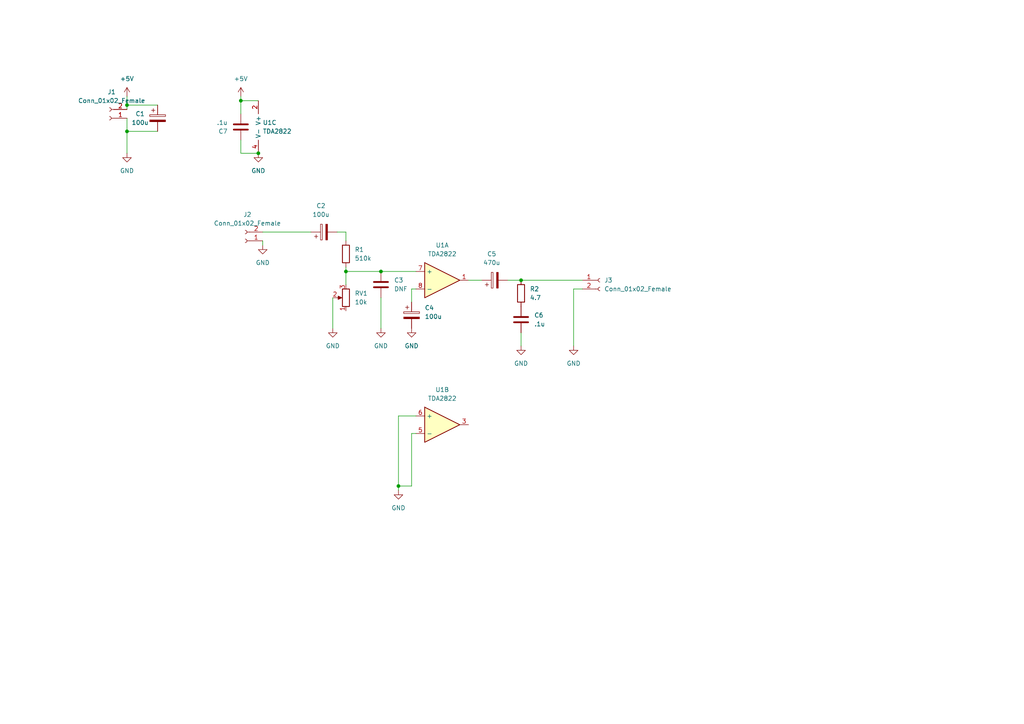
<source format=kicad_sch>
(kicad_sch (version 20211123) (generator eeschema)
  (paper "A4")
  (lib_symbols
    (symbol "Connector:Conn_01x02_Female" (pin_names (offset 1.016) hide)
      (property "Reference" "J" (at 0 2.54 0))
      (property "Value" "Conn_01x02_Female" (at 0 -5.08 0))
      (symbol "Conn_01x02_Female_1_1"
        (arc (start 0 -2.032) (mid -0.508 -2.54) (end 0 -3.048) (stroke (width 0.1524)))
        (polyline (pts (xy -1.27 -2.54) (xy -0.508 -2.54)) (stroke (width 0.1524)))
        (polyline (pts (xy -1.27 0) (xy -0.508 0)) (stroke (width 0.1524)))
        (arc (start 0 0.508) (mid -0.508 0) (end 0 -0.508) (stroke (width 0.1524)))
        (pin passive line (at -5.08 0 0) (length 3.81) (name "Pin_1") (number "1"))
        (pin passive line (at -5.08 -2.54 0) (length 3.81) (name "Pin_2") (number "2"))
      )
    )
    (symbol "Device:C" (pin_numbers hide) (pin_names (offset 0.254))
      (property "Reference" "C" (at 0.635 2.54 0))
      (property "Value" "C" (at 0.635 -2.54 0))
      (symbol "C_0_1"
        (polyline (pts (xy -2.032 -0.762) (xy 2.032 -0.762)) (stroke (width 0.508)))
        (polyline (pts (xy -2.032 0.762) (xy 2.032 0.762)) (stroke (width 0.508)))
      )
      (symbol "C_1_1"
        (pin passive line (at 0 3.81 270) (length 2.794) (name "~") (number "1"))
        (pin passive line (at 0 -3.81 90) (length 2.794) (name "~") (number "2"))
      )
    )
    (symbol "Device:C_Polarized" (pin_numbers hide) (pin_names (offset 0.254))
      (property "Reference" "C" (at 0.635 2.54 0))
      (property "Value" "C_Polarized" (at 0.635 -2.54 0))
      (symbol "C_Polarized_0_1"
        (rectangle (start -2.286 0.508) (end 2.286 1.016))
        (polyline (pts (xy -1.778 2.286) (xy -0.762 2.286)))
        (polyline (pts (xy -1.27 2.794) (xy -1.27 1.778)))
        (rectangle (start 2.286 -0.508) (end -2.286 -1.016) (fill (type outline)))
      )
      (symbol "C_Polarized_1_1"
        (pin passive line (at 0 3.81 270) (length 2.794) (name "~") (number "1"))
        (pin passive line (at 0 -3.81 90) (length 2.794) (name "~") (number "2"))
      )
    )
    (symbol "Device:R" (pin_numbers hide) (pin_names (offset 0))
      (property "Reference" "R" (at 2.032 0 90))
      (property "Value" "R" (at 0 0 90))
      (symbol "R_0_1"
        (rectangle (start -1.016 -2.54) (end 1.016 2.54) (stroke (width 0.254)))
      )
      (symbol "R_1_1"
        (pin passive line (at 0 3.81 270) (length 1.27) (name "~") (number "1"))
        (pin passive line (at 0 -3.81 90) (length 1.27) (name "~") (number "2"))
      )
    )
    (symbol "Device:R_Potentiometer" (pin_names (offset 1.016) hide)
      (property "Reference" "RV" (at -4.445 0 90))
      (property "Value" "R_Potentiometer" (at -2.54 0 90))
      (symbol "R_Potentiometer_0_1"
        (polyline (pts (xy 2.54 0) (xy 1.524 0)))
        (polyline (pts (xy 1.143 0) (xy 2.286 0.508) (xy 2.286 -0.508) (xy 1.143 0)) (fill (type outline)))
        (rectangle (start 1.016 2.54) (end -1.016 -2.54) (stroke (width 0.254)))
      )
      (symbol "R_Potentiometer_1_1"
        (pin passive line (at 0 3.81 270) (length 1.27) (name "1") (number "1"))
        (pin passive line (at 3.81 0 180) (length 1.27) (name "2") (number "2"))
        (pin passive line (at 0 -3.81 90) (length 1.27) (name "3") (number "3"))
      )
    )
    (symbol "power:+5V" (power) (pin_names (offset 0))
      (property "Value" "+5V" (at 0 3.556 0))
      (symbol "+5V_0_1"
        (polyline (pts (xy -0.762 1.27) (xy 0 2.54)))
        (polyline (pts (xy 0 0) (xy 0 2.54)))
        (polyline (pts (xy 0 2.54) (xy 0.762 1.27)))
      )
      (symbol "+5V_1_1"
        (pin power_in line (at 0 0 90) (length 0) hide (name "+5V") (number "1"))
      )
    )
    (symbol "power:GND" (power) (pin_names (offset 0))
      (property "Value" "GND" (at 0 -3.81 0))
      (symbol "GND_0_1"
        (polyline (pts (xy 0 0) (xy 0 -1.27) (xy 1.27 -1.27) (xy 0 -2.54) (xy -1.27 -1.27) (xy 0 -1.27)))
      )
      (symbol "GND_1_1"
        (pin power_in line (at 0 0 270) (length 0) hide (name "GND") (number "1"))
      )
    )
    (symbol "project_lib:TDA2822"
      (property "Reference" "U" (at 0 0 0))
      (property "Value" "TDA2822" (at 0 2.54 0))
      (symbol "TDA2822_1_1"
        (polyline (pts (xy -10.16 0) (xy 0 -5.08) (xy -10.16 -10.16) (xy -10.16 0)) (stroke (width 0.254)) (fill (type background)))
        (pin output line (at 2.54 -5.08 180) (length 2.54) (name "~") (number "1"))
        (pin input line (at -12.7 -2.54 0) (length 2.54) (name "+") (number "7"))
        (pin input line (at -12.7 -7.62 0) (length 2.54) (name "-") (number "8"))
      )
      (symbol "TDA2822_2_1"
        (polyline (pts (xy -10.16 0) (xy 0 -5.08) (xy -10.16 -10.16) (xy -10.16 0)) (stroke (width 0.254)) (fill (type background)))
        (pin output line (at 2.54 -5.08 180) (length 2.54) (name "~") (number "3"))
        (pin input line (at -12.7 -7.62 0) (length 2.54) (name "-") (number "5"))
        (pin input line (at -12.7 -2.54 0) (length 2.54) (name "+") (number "6"))
      )
      (symbol "TDA2822_3_1"
        (pin power_in line (at -6.35 7.62 270) (length 3.81) (name "V+") (number "2"))
        (pin power_in line (at -6.35 -7.62 90) (length 3.81) (name "V-") (number "4"))
      )
    )
  )
  (junction (at 36.83 38.1))
  (junction (at 36.83 30.48))
  (junction (at 115.57 140.97))
  (junction (at 151.13 81.28))
  (junction (at 110.49 78.74))
  (junction (at 74.93 44.45))
  (junction (at 100.33 78.74))
  (junction (at 69.85 29.21))
  (wire (pts (xy 36.83 27.94) (xy 36.83 30.48)))
  (wire (pts (xy 36.83 38.1) (xy 36.83 44.45)))
  (wire (pts (xy 151.13 81.28) (xy 168.91 81.28)))
  (wire (pts (xy 100.33 78.74) (xy 110.49 78.74)))
  (wire (pts (xy 69.85 29.21) (xy 69.85 33.02)))
  (wire (pts (xy 69.85 44.45) (xy 74.93 44.45)))
  (wire (pts (xy 96.52 86.36) (xy 96.52 95.25)))
  (wire (pts (xy 97.79 67.31) (xy 100.33 67.31)))
  (wire (pts (xy 76.2 69.85) (xy 76.2 71.12)))
  (wire (pts (xy 166.37 100.33) (xy 166.37 83.82)))
  (wire (pts (xy 115.57 140.97) (xy 115.57 142.24)))
  (wire (pts (xy 36.83 30.48) (xy 45.72 30.48)))
  (wire (pts (xy 100.33 77.47) (xy 100.33 78.74)))
  (wire (pts (xy 69.85 40.64) (xy 69.85 44.45)))
  (wire (pts (xy 110.49 78.74) (xy 120.65 78.74)))
  (wire (pts (xy 119.38 83.82) (xy 119.38 87.63)))
  (wire (pts (xy 110.49 86.36) (xy 110.49 95.25)))
  (wire (pts (xy 115.57 120.65) (xy 120.65 120.65)))
  (wire (pts (xy 69.85 27.94) (xy 69.85 29.21)))
  (wire (pts (xy 45.72 38.1) (xy 36.83 38.1)))
  (wire (pts (xy 147.32 81.28) (xy 151.13 81.28)))
  (wire (pts (xy 115.57 120.65) (xy 115.57 140.97)))
  (wire (pts (xy 69.85 29.21) (xy 74.93 29.21)))
  (wire (pts (xy 119.38 83.82) (xy 120.65 83.82)))
  (wire (pts (xy 100.33 78.74) (xy 100.33 82.55)))
  (wire (pts (xy 36.83 34.29) (xy 36.83 38.1)))
  (wire (pts (xy 135.89 81.28) (xy 139.7 81.28)))
  (wire (pts (xy 76.2 67.31) (xy 90.17 67.31)))
  (wire (pts (xy 119.38 125.73) (xy 119.38 140.97)))
  (wire (pts (xy 36.83 30.48) (xy 36.83 31.75)))
  (wire (pts (xy 166.37 83.82) (xy 168.91 83.82)))
  (wire (pts (xy 115.57 140.97) (xy 119.38 140.97)))
  (wire (pts (xy 100.33 67.31) (xy 100.33 69.85)))
  (wire (pts (xy 119.38 125.73) (xy 120.65 125.73)))
  (wire (pts (xy 151.13 100.33) (xy 151.13 96.52)))
  (symbol (lib_id "Device:C") (at 151.13 92.71 180) (unit 1)
    (property "Reference" "C6" (at 154.94 91.4399 0) (effects (justify right)))
    (property "Value" ".1u" (at 154.94 93.9799 0) (effects (justify right)))
    (property "Footprint" "Capacitor_THT:C_Rect_L4.0mm_W2.5mm_P2.50mm" (effects hide))
  )
  (symbol (lib_id "power:GND") (at 119.38 95.25 0) (unit 1)
    (property "Reference" "#PWR0106" (effects hide))
    (property "Value" "GND" (at 119.38 100.33 0))
  )
  (symbol (lib_id "Device:C_Polarized") (at 45.72 34.29 0) (unit 1)
    (property "Reference" "C1" (at 40.64 33.02 0))
    (property "Value" "100u" (at 40.64 35.56 0))
    (property "Footprint" "Capacitor_THT:CP_Radial_D5.0mm_P2.50mm" (effects hide))
  )
  (symbol (lib_id "project_lib:TDA2822") (at 133.35 118.11 0) (unit 2)
    (property "Reference" "U1" (at 128.27 113.03 0))
    (property "Value" "TDA2822" (at 128.27 115.57 0))
    (property "Footprint" "Package_DIP:DIP-8_W7.62mm" (effects hide))
  )
  (symbol (lib_id "power:GND") (at 110.49 95.25 0) (unit 1)
    (property "Reference" "#PWR0107" (effects hide))
    (property "Value" "GND" (at 110.49 100.33 0))
  )
  (symbol (lib_id "power:+5V") (at 36.83 27.94 0) (unit 1)
    (property "Reference" "#PWR0104" (effects hide))
    (property "Value" "+5V" (at 36.83 22.86 0))
  )
  (symbol (lib_id "power:GND") (at 115.57 142.24 0) (unit 1)
    (property "Reference" "#PWR0109" (effects hide))
    (property "Value" "GND" (at 115.57 147.32 0))
  )
  (symbol (lib_id "Device:R") (at 100.33 73.66 180) (unit 1)
    (property "Reference" "R1" (at 102.87 72.3899 0) (effects (justify right)))
    (property "Value" "510k" (at 102.87 74.9299 0) (effects (justify right)))
    (property "Footprint" "Resistor_THT:R_Axial_DIN0207_L6.3mm_D2.5mm_P10.16mm_Horizontal" (effects hide))
  )
  (symbol (lib_id "project_lib:TDA2822") (at 133.35 76.2 0) (unit 1)
    (property "Reference" "U1" (at 128.27 71.12 0))
    (property "Value" "TDA2822" (at 128.27 73.66 0))
    (property "Footprint" "Package_DIP:DIP-8_W7.62mm" (effects hide))
  )
  (symbol (lib_id "power:GND") (at 76.2 71.12 0) (unit 1)
    (property "Reference" "#PWR0101" (effects hide))
    (property "Value" "GND" (at 76.2 76.2 0))
  )
  (symbol (lib_id "Connector:Conn_01x02_Female") (at 173.99 81.28 0) (unit 1)
    (property "Reference" "J3" (at 175.26 81.2799 0) (effects (justify left)))
    (property "Value" "Conn_01x02_Female" (at 175.26 83.8199 0) (effects (justify left)))
    (property "Footprint" "Connector_PinHeader_2.54mm:PinHeader_1x02_P2.54mm_Vertical" (effects hide))
  )
  (symbol (lib_id "power:GND") (at 166.37 100.33 0) (unit 1)
    (property "Reference" "#PWR0111" (effects hide))
    (property "Value" "GND" (at 166.37 105.41 0))
  )
  (symbol (lib_id "Connector:Conn_01x02_Female") (at 31.75 34.29 180) (unit 1)
    (property "Reference" "J1" (at 32.385 26.67 0))
    (property "Value" "Conn_01x02_Female" (at 32.385 29.21 0))
    (property "Footprint" "Connector_PinHeader_2.54mm:PinHeader_1x02_P2.54mm_Vertical" (effects hide))
  )
  (symbol (lib_id "power:+5V") (at 69.85 27.94 0) (unit 1)
    (property "Reference" "#PWR0108" (effects hide))
    (property "Value" "+5V" (at 69.85 22.86 0))
  )
  (symbol (lib_id "Device:C") (at 110.49 82.55 180) (unit 1)
    (property "Reference" "C3" (at 114.3 81.2799 0) (effects (justify right)))
    (property "Value" "DNF" (at 114.3 83.8199 0) (effects (justify right)))
    (property "Footprint" "Capacitor_THT:C_Rect_L4.0mm_W2.5mm_P2.50mm" (effects hide))
  )
  (symbol (lib_id "power:GND") (at 36.83 44.45 0) (unit 1)
    (property "Reference" "#PWR0105" (effects hide))
    (property "Value" "GND" (at 36.83 49.53 0))
  )
  (symbol (lib_id "Device:C_Polarized") (at 119.38 91.44 0) (unit 1)
    (property "Reference" "C4" (at 123.19 89.2809 0) (effects (justify left)))
    (property "Value" "100u" (at 123.19 91.8209 0) (effects (justify left)))
    (property "Footprint" "Capacitor_THT:CP_Radial_D5.0mm_P2.50mm" (effects hide))
  )
  (symbol (lib_id "power:GND") (at 151.13 100.33 0) (unit 1)
    (property "Reference" "#PWR0110" (effects hide))
    (property "Value" "GND" (at 151.13 105.41 0))
  )
  (symbol (lib_id "Device:R") (at 151.13 85.09 180) (unit 1)
    (property "Reference" "R2" (at 153.67 83.8199 0) (effects (justify right)))
    (property "Value" "4.7" (at 153.67 86.3599 0) (effects (justify right)))
    (property "Footprint" "Resistor_THT:R_Axial_DIN0207_L6.3mm_D2.5mm_P10.16mm_Horizontal" (effects hide))
  )
  (symbol (lib_id "power:GND") (at 96.52 95.25 0) (unit 1)
    (property "Reference" "#PWR0102" (effects hide))
    (property "Value" "GND" (at 96.52 100.33 0))
  )
  (symbol (lib_id "Device:C") (at 69.85 36.83 0) (unit 1)
    (property "Reference" "C7" (at 66.04 38.1001 0) (effects (justify right)))
    (property "Value" ".1u" (at 66.04 35.5601 0) (effects (justify right)))
    (property "Footprint" "Capacitor_THT:C_Rect_L4.0mm_W2.5mm_P2.50mm" (effects hide))
  )
  (symbol (lib_id "Device:R_Potentiometer") (at 100.33 86.36 180) (unit 1)
    (property "Reference" "RV1" (at 102.87 85.0899 0) (effects (justify right)))
    (property "Value" "10k" (at 102.87 87.6299 0) (effects (justify right)))
    (property "Footprint" "Connector_PinHeader_2.54mm:PinHeader_1x03_P2.54mm_Vertical" (effects hide))
  )
  (symbol (lib_id "project_lib:TDA2822") (at 81.28 36.83 0) (unit 3)
    (property "Reference" "U1" (at 76.2 35.5599 0) (effects (justify left)))
    (property "Value" "TDA2822" (at 76.2 38.0999 0) (effects (justify left)))
    (property "Footprint" "Package_DIP:DIP-8_W7.62mm" (effects hide))
  )
  (symbol (lib_id "Device:C_Polarized") (at 143.51 81.28 90) (unit 1)
    (property "Reference" "C5" (at 142.621 73.66 90))
    (property "Value" "470u" (at 142.621 76.2 90))
    (property "Footprint" "Capacitor_THT:CP_Radial_D5.0mm_P2.50mm" (effects hide))
  )
  (symbol (lib_id "power:GND") (at 74.93 44.45 0) (unit 1)
    (property "Reference" "#PWR0103" (effects hide))
    (property "Value" "GND" (at 74.93 49.53 0))
  )
  (symbol (lib_id "Connector:Conn_01x02_Female") (at 71.12 69.85 180) (unit 1)
    (property "Reference" "J2" (at 71.755 62.23 0))
    (property "Value" "Conn_01x02_Female" (at 71.755 64.77 0))
    (property "Footprint" "Connector_PinHeader_2.54mm:PinHeader_1x02_P2.54mm_Vertical" (effects hide))
  )
  (symbol (lib_id "Device:C_Polarized") (at 93.98 67.31 90) (unit 1)
    (property "Reference" "C2" (at 93.091 59.69 90))
    (property "Value" "100u" (at 93.091 62.23 90))
    (property "Footprint" "Capacitor_THT:CP_Radial_D5.0mm_P2.50mm" (effects hide))
  )
)
</source>
